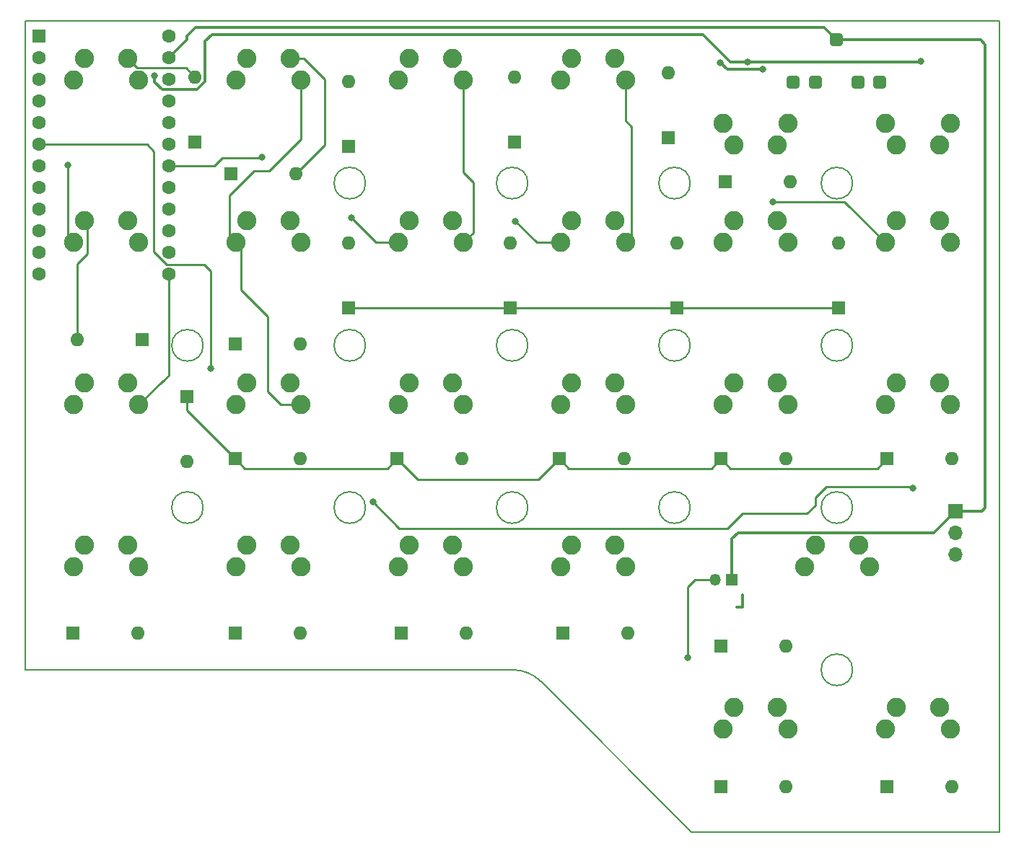
<source format=gbl>
G04 #@! TF.GenerationSoftware,KiCad,Pcbnew,(6.0.0)*
G04 #@! TF.CreationDate,2022-06-08T22:37:19+08:00*
G04 #@! TF.ProjectId,wf50_pcb,77663530-5f70-4636-922e-6b696361645f,rev?*
G04 #@! TF.SameCoordinates,Original*
G04 #@! TF.FileFunction,Copper,L2,Bot*
G04 #@! TF.FilePolarity,Positive*
%FSLAX46Y46*%
G04 Gerber Fmt 4.6, Leading zero omitted, Abs format (unit mm)*
G04 Created by KiCad (PCBNEW (6.0.0)) date 2022-06-08 22:37:19*
%MOMM*%
%LPD*%
G01*
G04 APERTURE LIST*
G04 Aperture macros list*
%AMRoundRect*
0 Rectangle with rounded corners*
0 $1 Rounding radius*
0 $2 $3 $4 $5 $6 $7 $8 $9 X,Y pos of 4 corners*
0 Add a 4 corners polygon primitive as box body*
4,1,4,$2,$3,$4,$5,$6,$7,$8,$9,$2,$3,0*
0 Add four circle primitives for the rounded corners*
1,1,$1+$1,$2,$3*
1,1,$1+$1,$4,$5*
1,1,$1+$1,$6,$7*
1,1,$1+$1,$8,$9*
0 Add four rect primitives between the rounded corners*
20,1,$1+$1,$2,$3,$4,$5,0*
20,1,$1+$1,$4,$5,$6,$7,0*
20,1,$1+$1,$6,$7,$8,$9,0*
20,1,$1+$1,$8,$9,$2,$3,0*%
G04 Aperture macros list end*
G04 #@! TA.AperFunction,Profile*
%ADD10C,0.150000*%
G04 #@! TD*
%ADD11C,0.300000*%
G04 #@! TA.AperFunction,NonConductor*
%ADD12C,0.300000*%
G04 #@! TD*
G04 #@! TA.AperFunction,ComponentPad*
%ADD13R,1.600000X1.600000*%
G04 #@! TD*
G04 #@! TA.AperFunction,ComponentPad*
%ADD14O,1.600000X1.600000*%
G04 #@! TD*
G04 #@! TA.AperFunction,ComponentPad*
%ADD15RoundRect,0.381000X-0.381000X-0.381000X0.381000X-0.381000X0.381000X0.381000X-0.381000X0.381000X0*%
G04 #@! TD*
G04 #@! TA.AperFunction,ComponentPad*
%ADD16RoundRect,0.381000X-0.381000X0.381000X-0.381000X-0.381000X0.381000X-0.381000X0.381000X0.381000X0*%
G04 #@! TD*
G04 #@! TA.AperFunction,ComponentPad*
%ADD17C,2.250000*%
G04 #@! TD*
G04 #@! TA.AperFunction,ComponentPad*
%ADD18R,1.700000X1.700000*%
G04 #@! TD*
G04 #@! TA.AperFunction,ComponentPad*
%ADD19O,1.700000X1.700000*%
G04 #@! TD*
G04 #@! TA.AperFunction,ComponentPad*
%ADD20R,1.350000X1.350000*%
G04 #@! TD*
G04 #@! TA.AperFunction,ComponentPad*
%ADD21O,1.350000X1.350000*%
G04 #@! TD*
G04 #@! TA.AperFunction,ComponentPad*
%ADD22C,1.600000*%
G04 #@! TD*
G04 #@! TA.AperFunction,ViaPad*
%ADD23C,0.800000*%
G04 #@! TD*
G04 #@! TA.AperFunction,Conductor*
%ADD24C,0.250000*%
G04 #@! TD*
G04 #@! TA.AperFunction,Conductor*
%ADD25C,0.350000*%
G04 #@! TD*
G04 APERTURE END LIST*
D10*
X58995300Y-66674850D02*
G75*
G03*
X58995300Y-66674850I-1850000J0D01*
G01*
X19045885Y-28575000D02*
X133345800Y-28575000D01*
X133345800Y-123824330D02*
X97253375Y-123824330D01*
X97253375Y-123824330D02*
X79575605Y-106146559D01*
X76262750Y-104774330D02*
X19045885Y-104774330D01*
X116145300Y-47624850D02*
G75*
G03*
X116145300Y-47624850I-1850000J0D01*
G01*
X39945300Y-66674850D02*
G75*
G03*
X39945300Y-66674850I-1850000J0D01*
G01*
X19045885Y-104774330D02*
X19045885Y-28575000D01*
X97095300Y-66674850D02*
G75*
G03*
X97095300Y-66674850I-1850000J0D01*
G01*
X79575605Y-106146559D02*
G75*
G03*
X76262750Y-104774330I-3312857J-3312861D01*
G01*
X58995300Y-47624850D02*
G75*
G03*
X58995300Y-47624850I-1850000J0D01*
G01*
X58995300Y-85724850D02*
G75*
G03*
X58995300Y-85724850I-1850000J0D01*
G01*
X116145300Y-85724850D02*
G75*
G03*
X116145300Y-85724850I-1850000J0D01*
G01*
X39945300Y-85724850D02*
G75*
G03*
X39945300Y-85724850I-1850000J0D01*
G01*
X97095300Y-85724850D02*
G75*
G03*
X97095300Y-85724850I-1850000J0D01*
G01*
X78045300Y-47624850D02*
G75*
G03*
X78045300Y-47624850I-1850000J0D01*
G01*
X97095300Y-47624850D02*
G75*
G03*
X97095300Y-47624850I-1850000J0D01*
G01*
X116145300Y-104774850D02*
G75*
G03*
X116145300Y-104774850I-1850000J0D01*
G01*
X133345800Y-28575000D02*
X133345800Y-123824330D01*
X78045300Y-85724850D02*
G75*
G03*
X78045300Y-85724850I-1850000J0D01*
G01*
X78045300Y-66674850D02*
G75*
G03*
X78045300Y-66674850I-1850000J0D01*
G01*
X116145300Y-66674850D02*
G75*
G03*
X116145300Y-66674850I-1850000J0D01*
G01*
D11*
D12*
X102532714Y-97452571D02*
X103247000Y-97452571D01*
X103247000Y-95952571D01*
D13*
X120190000Y-80000000D03*
D14*
X127810000Y-80000000D03*
D13*
X81690000Y-80000000D03*
D14*
X89310000Y-80000000D03*
D15*
X114270000Y-30810000D03*
D16*
X119350000Y-35810000D03*
X116810000Y-35810000D03*
X111770000Y-35810000D03*
X109190000Y-35810000D03*
D17*
X81915000Y-73660000D03*
X89535000Y-73660000D03*
X88265000Y-71120000D03*
X83185000Y-71120000D03*
D13*
X57000000Y-43310000D03*
D14*
X57000000Y-35690000D03*
D17*
X108585000Y-111760000D03*
X100965000Y-111760000D03*
X102235000Y-109220000D03*
X107315000Y-109220000D03*
X32385000Y-54610000D03*
X24765000Y-54610000D03*
X26035000Y-52070000D03*
X31115000Y-52070000D03*
X120015000Y-73660000D03*
X127635000Y-73660000D03*
X126365000Y-71120000D03*
X121285000Y-71120000D03*
D18*
X128220000Y-86160000D03*
D19*
X128220000Y-88700000D03*
X128220000Y-91240000D03*
D17*
X70485000Y-92710000D03*
X62865000Y-92710000D03*
X69215000Y-90170000D03*
X64135000Y-90170000D03*
D13*
X43690000Y-66500000D03*
D14*
X51310000Y-66500000D03*
D17*
X51435000Y-54610000D03*
X43815000Y-54610000D03*
X50165000Y-52070000D03*
X45085000Y-52070000D03*
X43815000Y-73660000D03*
X51435000Y-73660000D03*
X45085000Y-71120000D03*
X50165000Y-71120000D03*
X70485000Y-35560000D03*
X62865000Y-35560000D03*
X69215000Y-33020000D03*
X64135000Y-33020000D03*
X127635000Y-54610000D03*
X120015000Y-54610000D03*
X121285000Y-52070000D03*
X126365000Y-52070000D03*
X89535000Y-54610000D03*
X81915000Y-54610000D03*
X88265000Y-52070000D03*
X83185000Y-52070000D03*
D20*
X101990000Y-94200000D03*
D21*
X99990000Y-94200000D03*
D13*
X62690000Y-80000000D03*
D14*
X70310000Y-80000000D03*
D13*
X100690000Y-118500000D03*
D14*
X108310000Y-118500000D03*
D17*
X89535000Y-35560000D03*
X81915000Y-35560000D03*
X88265000Y-33020000D03*
X83185000Y-33020000D03*
X24765000Y-92710000D03*
X32385000Y-92710000D03*
X31115000Y-90170000D03*
X26035000Y-90170000D03*
X43815000Y-35560000D03*
X51435000Y-35560000D03*
X50165000Y-33020000D03*
X45085000Y-33020000D03*
D13*
X94500000Y-42310000D03*
D14*
X94500000Y-34690000D03*
D13*
X38000000Y-72690000D03*
D14*
X38000000Y-80310000D03*
D13*
X101190000Y-47500000D03*
D14*
X108810000Y-47500000D03*
D17*
X100965000Y-54610000D03*
X108585000Y-54610000D03*
X107315000Y-52070000D03*
X102235000Y-52070000D03*
X100965000Y-40640000D03*
X108585000Y-40640000D03*
X107315000Y-43180000D03*
X102235000Y-43180000D03*
D13*
X95500000Y-62310000D03*
D14*
X95500000Y-54690000D03*
D17*
X89535000Y-92710000D03*
X81915000Y-92710000D03*
X88265000Y-90170000D03*
X83185000Y-90170000D03*
D13*
X63190000Y-100500000D03*
D14*
X70810000Y-100500000D03*
D13*
X32810000Y-66000000D03*
D14*
X25190000Y-66000000D03*
D17*
X70485000Y-54610000D03*
X62865000Y-54610000D03*
X64135000Y-52070000D03*
X69215000Y-52070000D03*
D13*
X76500000Y-42810000D03*
D14*
X76500000Y-35190000D03*
D13*
X120170000Y-118470000D03*
D14*
X127790000Y-118470000D03*
D17*
X24765000Y-35560000D03*
X32385000Y-35560000D03*
X26035000Y-33020000D03*
X31115000Y-33020000D03*
D13*
X24690000Y-100500000D03*
D14*
X32310000Y-100500000D03*
D13*
X82190000Y-100500000D03*
D14*
X89810000Y-100500000D03*
D13*
X57000000Y-62310000D03*
D14*
X57000000Y-54690000D03*
D13*
X114500000Y-62310000D03*
D14*
X114500000Y-54690000D03*
D13*
X100690000Y-80000000D03*
D14*
X108310000Y-80000000D03*
D13*
X100690000Y-102000000D03*
D14*
X108310000Y-102000000D03*
D13*
X76000000Y-62310000D03*
D14*
X76000000Y-54690000D03*
D17*
X120015000Y-111760000D03*
X127635000Y-111760000D03*
X126365000Y-109220000D03*
X121285000Y-109220000D03*
X120015000Y-40640000D03*
X127635000Y-40640000D03*
X126365000Y-43180000D03*
X121285000Y-43180000D03*
X43815000Y-92710000D03*
X51435000Y-92710000D03*
X50165000Y-90170000D03*
X45085000Y-90170000D03*
D13*
X20670000Y-30370000D03*
D22*
X20670000Y-32910000D03*
X20670000Y-35450000D03*
X20670000Y-37990000D03*
X20670000Y-40530000D03*
X20670000Y-43070000D03*
X20670000Y-45610000D03*
X20670000Y-48150000D03*
X20670000Y-50690000D03*
X20670000Y-53230000D03*
X20670000Y-55770000D03*
X20670000Y-58310000D03*
X35910000Y-58310000D03*
X35910000Y-55770000D03*
X35910000Y-53230000D03*
X35910000Y-50690000D03*
X35910000Y-48150000D03*
X35910000Y-45610000D03*
X35910000Y-43070000D03*
X35910000Y-40530000D03*
X35910000Y-37990000D03*
X35910000Y-35450000D03*
X35910000Y-32910000D03*
X35910000Y-30370000D03*
D13*
X43690000Y-100500000D03*
D14*
X51310000Y-100500000D03*
D17*
X62865000Y-73660000D03*
X70485000Y-73660000D03*
X64135000Y-71120000D03*
X69215000Y-71120000D03*
D13*
X43690000Y-80000000D03*
D14*
X51310000Y-80000000D03*
D13*
X43190000Y-46500000D03*
D14*
X50810000Y-46500000D03*
D17*
X24765000Y-73660000D03*
X32385000Y-73660000D03*
X26035000Y-71120000D03*
X31115000Y-71120000D03*
X118110000Y-92710000D03*
X110490000Y-92710000D03*
X111760000Y-90170000D03*
X116840000Y-90170000D03*
X100965000Y-73660000D03*
X108585000Y-73660000D03*
X107315000Y-71120000D03*
X102235000Y-71120000D03*
D13*
X39000000Y-42810000D03*
D14*
X39000000Y-35190000D03*
D23*
X59850000Y-85090000D03*
X123210000Y-83460000D03*
X40830000Y-69410000D03*
X105600000Y-34260000D03*
X100620000Y-33470000D03*
X103850000Y-33390000D03*
X34240000Y-35010000D03*
X124180000Y-33360000D03*
X24070000Y-45490000D03*
X57300000Y-51710000D03*
X76560000Y-52080000D03*
X46810000Y-44540000D03*
X106760000Y-49790000D03*
X96780000Y-103360000D03*
D24*
X95500000Y-62310000D02*
X114500000Y-62310000D01*
X57000000Y-62310000D02*
X76000000Y-62310000D01*
X76000000Y-62310000D02*
X95500000Y-62310000D01*
X26360000Y-52395000D02*
X26360000Y-55940000D01*
X26035000Y-52070000D02*
X26360000Y-52395000D01*
X25190000Y-57110000D02*
X25190000Y-66000000D01*
X26360000Y-55940000D02*
X25190000Y-57110000D01*
X120190000Y-80000000D02*
X119065489Y-81124511D01*
X44820000Y-81130000D02*
X43690000Y-80000000D01*
X61560000Y-81130000D02*
X44820000Y-81130000D01*
X119065489Y-81124511D02*
X101814511Y-81124511D01*
X62690000Y-80000000D02*
X61560000Y-81130000D01*
X81690000Y-80000000D02*
X79240000Y-82450000D01*
X43690000Y-80000000D02*
X38000000Y-74310000D01*
X82814511Y-81124511D02*
X81690000Y-80000000D01*
X38000000Y-74310000D02*
X38000000Y-72690000D01*
X99565489Y-81124511D02*
X82814511Y-81124511D01*
X79240000Y-82450000D02*
X65140000Y-82450000D01*
X100690000Y-80000000D02*
X99565489Y-81124511D01*
X101814511Y-81124511D02*
X100690000Y-80000000D01*
X65140000Y-82450000D02*
X62690000Y-80000000D01*
X37920489Y-34110489D02*
X32205489Y-34110489D01*
X39000000Y-35190000D02*
X37920489Y-34110489D01*
X32205489Y-34110489D02*
X31115000Y-33020000D01*
X54210000Y-43100000D02*
X50810000Y-46500000D01*
X51755990Y-33020000D02*
X54210000Y-35474010D01*
X54210000Y-35474010D02*
X54210000Y-43100000D01*
X50165000Y-33020000D02*
X51755990Y-33020000D01*
D25*
X114270000Y-30810000D02*
X131130000Y-30810000D01*
X125709511Y-88670489D02*
X128220000Y-86160000D01*
X38020000Y-30800000D02*
X38020000Y-30340000D01*
X131130000Y-30810000D02*
X131720000Y-31400000D01*
X102729511Y-88670489D02*
X125709511Y-88670489D01*
X131720000Y-31400000D02*
X131720000Y-85755000D01*
X131315000Y-86160000D02*
X128220000Y-86160000D01*
X38020000Y-30340000D02*
X39050000Y-29310000D01*
X39050000Y-29310000D02*
X112770000Y-29310000D01*
X112770000Y-29310000D02*
X114270000Y-30810000D01*
X131720000Y-85755000D02*
X131315000Y-86160000D01*
X101990000Y-89410000D02*
X102729511Y-88670489D01*
X101990000Y-94200000D02*
X101990000Y-89410000D01*
X35910000Y-32910000D02*
X38020000Y-30800000D01*
D24*
X62930969Y-88170969D02*
X101459031Y-88170969D01*
X113060000Y-83290000D02*
X123040000Y-83290000D01*
X111780000Y-84570000D02*
X113060000Y-83290000D01*
X123040000Y-83290000D02*
X123210000Y-83460000D01*
X34170000Y-43900000D02*
X34170000Y-55660000D01*
X33340000Y-43070000D02*
X34170000Y-43900000D01*
X40830000Y-57970000D02*
X40830000Y-69410000D01*
X103210000Y-86420000D02*
X110800245Y-86420000D01*
X20670000Y-43070000D02*
X33340000Y-43070000D01*
X110800245Y-86420000D02*
X111780000Y-85440245D01*
X34170000Y-55660000D02*
X35695489Y-57185489D01*
X101459031Y-88170969D02*
X103210000Y-86420000D01*
X35695489Y-57185489D02*
X40045489Y-57185489D01*
X59850000Y-85090000D02*
X62930969Y-88170969D01*
X40045489Y-57185489D02*
X40830000Y-57970000D01*
X111780000Y-85440245D02*
X111780000Y-84570000D01*
D25*
X100620000Y-33470000D02*
X101440000Y-34290000D01*
X105570000Y-34290000D02*
X105600000Y-34260000D01*
X101440000Y-34290000D02*
X105570000Y-34290000D01*
X34240000Y-35740000D02*
X34240000Y-35010000D01*
X40174511Y-35676499D02*
X39226499Y-36624511D01*
X101780000Y-33380000D02*
X98580000Y-30180000D01*
X40174511Y-30985489D02*
X40174511Y-35676499D01*
X98580000Y-30180000D02*
X40980000Y-30180000D01*
X35124511Y-36624511D02*
X34240000Y-35740000D01*
X39226499Y-36624511D02*
X35124511Y-36624511D01*
X103850000Y-33390000D02*
X103840000Y-33380000D01*
X124150000Y-33390000D02*
X124180000Y-33360000D01*
X103840000Y-33380000D02*
X101780000Y-33380000D01*
X40980000Y-30180000D02*
X40174511Y-30985489D01*
X103850000Y-33390000D02*
X124150000Y-33390000D01*
D24*
X35245000Y-70800000D02*
X35300000Y-70800000D01*
X32385000Y-73660000D02*
X35245000Y-70800000D01*
X24070000Y-53915000D02*
X24070000Y-45490000D01*
X35300000Y-70800000D02*
X35910000Y-70190000D01*
X35910000Y-70190000D02*
X35910000Y-58310000D01*
X24765000Y-54610000D02*
X24070000Y-53915000D01*
X43060000Y-53855000D02*
X43060000Y-49090000D01*
X43815000Y-54610000D02*
X43060000Y-53855000D01*
X51435000Y-42425000D02*
X51435000Y-35560000D01*
X49070000Y-73660000D02*
X51435000Y-73660000D01*
X47550000Y-72140000D02*
X49070000Y-73660000D01*
X44410000Y-60120000D02*
X47550000Y-63260000D01*
X43815000Y-54610000D02*
X44410000Y-55205000D01*
X44410000Y-55205000D02*
X44410000Y-60120000D01*
X47650000Y-46210000D02*
X51435000Y-42425000D01*
X45940000Y-46210000D02*
X47650000Y-46210000D01*
X43060000Y-49090000D02*
X45940000Y-46210000D01*
X47550000Y-63260000D02*
X47550000Y-72140000D01*
X57300000Y-51710000D02*
X60200000Y-54610000D01*
X71640000Y-53455000D02*
X71640000Y-47510000D01*
X70485000Y-54610000D02*
X71640000Y-53455000D01*
X70485000Y-46355000D02*
X70485000Y-35560000D01*
X60200000Y-54610000D02*
X62865000Y-54610000D01*
X71640000Y-47510000D02*
X70485000Y-46355000D01*
X76560000Y-52080000D02*
X79090000Y-54610000D01*
X90230000Y-53915000D02*
X90230000Y-41000000D01*
X89535000Y-40305000D02*
X89535000Y-35560000D01*
X90230000Y-41000000D02*
X89535000Y-40305000D01*
X89535000Y-54610000D02*
X90230000Y-53915000D01*
X79090000Y-54610000D02*
X81915000Y-54610000D01*
X41220000Y-45610000D02*
X35910000Y-45610000D01*
X106760000Y-49790000D02*
X115195000Y-49790000D01*
X46810000Y-44540000D02*
X46710000Y-44640000D01*
X46710000Y-44640000D02*
X42190000Y-44640000D01*
X115195000Y-49790000D02*
X120015000Y-54610000D01*
X42190000Y-44640000D02*
X41220000Y-45610000D01*
X96780000Y-95060000D02*
X97640000Y-94200000D01*
X96780000Y-103360000D02*
X96780000Y-95060000D01*
X97640000Y-94200000D02*
X99990000Y-94200000D01*
M02*

</source>
